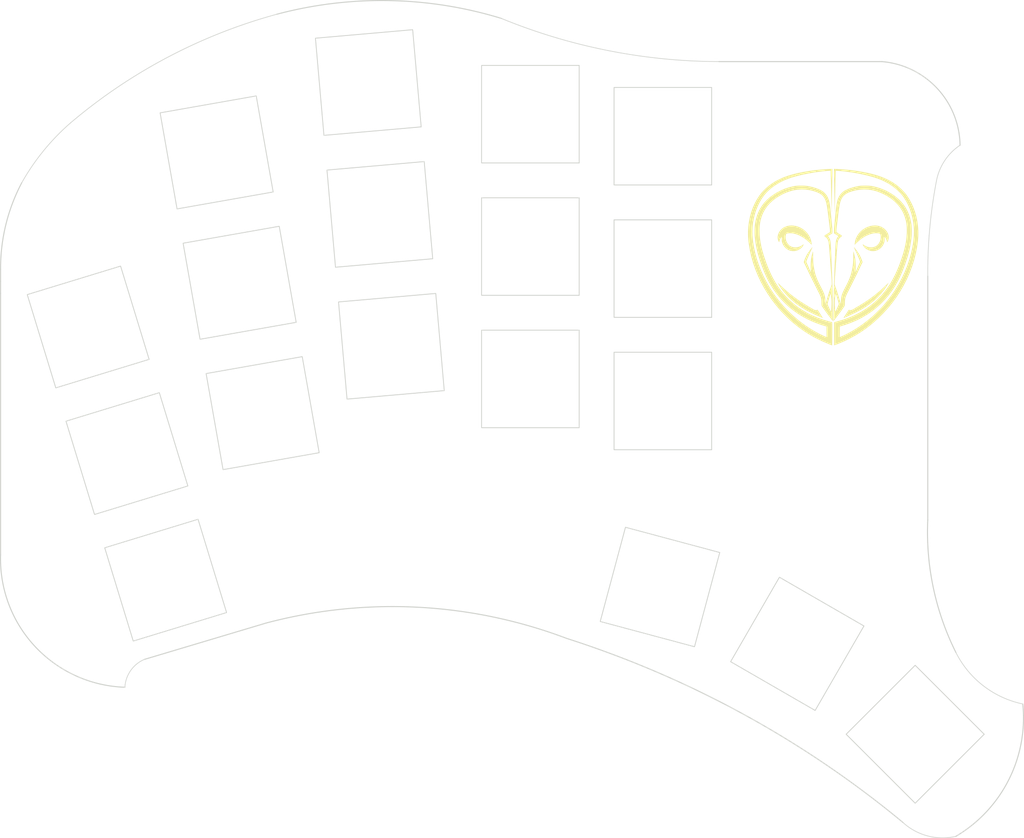
<source format=kicad_pcb>
(kicad_pcb (version 20211014) (generator pcbnew)
  (title_block (title "owl_generated") (rev "v1.0.0") (company "Unknown"))
  (layers (0 "F.Cu" signal) (31 "B.Cu" signal) (34 "B.Paste" user) (35 "F.Paste" user) (36 "B.SilkS" user "B.Silkscreen") (37 "F.SilkS" user "F.Silkscreen") (38 "B.Mask" user) (39 "F.Mask" user) (44 "Edge.Cuts" user))
  (net 0 "")
  (footprint "SMDPad" (layer "F.Cu") (at 168.768682 -112.888168)
    (fp_text reference "MOUNTING_PAD2" hide)
    (fp_text value "" hide)
    (pad "" np_thru_hole circle locked (at 0 0) (size 3.2 3.2) (drill 3.2) (layers *.Cu *.Mask))
  )
  (footprint "switch_cut" (layer "F.Cu") (at 73.059792 -91.855176 -170)
    (fp_text reference "S24" hide)
    (fp_text value "" hide)
    (fp_rect (start -7 -7) (end 7 7) (layer "Edge.Cuts") (width 0.12) (fill none))
  )
  (footprint "SMDPad" (layer "F.Cu") (at 168.768682 -48)
    (fp_text reference "MOUNTING_PAD1" hide)
    (fp_text value "" hide)
    (pad "" np_thru_hole circle locked (at 0 0) (size 3.2 3.2) (drill 3.2) (layers *.Cu *.Mask))
  )
  (footprint "switch_cut" (layer "F.Cu") (at 133.356349 -48.18812 165)
    (fp_text reference "S24" hide)
    (fp_text value "" hide)
    (fp_rect (start -7 -7) (end 7 7) (layer "Edge.Cuts") (width 0.12) (fill none))
  )
  (footprint "switch_cut" (layer "F.Cu") (at 62.444938 -49.16979 -163)
    (fp_text reference "S24" hide)
    (fp_text value "" hide)
    (fp_rect (start -7 -7) (end 7 7) (layer "Edge.Cuts") (width 0.12) (fill none))
  )
  (footprint "switch_cut" (layer "F.Cu") (at 93.172512 -101.668094 -175)
    (fp_text reference "S24" hide)
    (fp_text value "" hide)
    (fp_rect (start -7 -7) (end 7 7) (layer "Edge.Cuts") (width 0.12) (fill none))
  )
  (footprint "switch_cut" (layer "F.Cu") (at 114.768682 -116.054834 180)
    (fp_text reference "S24" hide)
    (fp_text value "" hide)
    (fp_rect (start -7 -7) (end 7 7) (layer "Edge.Cuts") (width 0.12) (fill none))
  )
  (footprint "SMDPad" (layer "F.Cu") (at 51 -41.8 -17)
    (fp_text reference "MOUNTING_PAD4" hide)
    (fp_text value "" hide)
    (pad "" np_thru_hole circle locked (at 0 0) (size 3.2 3.2) (drill 3.2) (layers *.Cu *.Mask))
  )
  (footprint "SMDPad" (layer "F.Cu") (at 51 -107.8 -17)
    (fp_text reference "MOUNTING_PAD3" hide)
    (fp_text value "" hide)
    (pad "" np_thru_hole circle locked (at 0 0) (size 3.2 3.2) (drill 3.2) (layers *.Cu *.Mask))
  )
  (footprint "switch_cut" (layer "F.Cu") (at 169.963375 -27.053044 135)
    (fp_text reference "S24" hide)
    (fp_text value "" hide)
    (fp_rect (start -7 -7) (end 7 7) (layer "Edge.Cuts") (width 0.12) (fill none))
  )
  (footprint "switch_cut" (layer "F.Cu") (at 133.768682 -93.888168 180)
    (fp_text reference "S24" hide)
    (fp_text value "" hide)
    (fp_rect (start -7 -7) (end 7 7) (layer "Edge.Cuts") (width 0.12) (fill none))
  )
  (footprint "switch_cut" (layer "F.Cu") (at 56.889875 -67.339581 -163)
    (fp_text reference "S24" hide)
    (fp_text value "" hide)
    (fp_rect (start -7 -7) (end 7 7) (layer "Edge.Cuts") (width 0.12) (fill none))
  )
  (footprint "switch_cut" (layer "F.Cu") (at 133.768682 -74.888168 180)
    (fp_text reference "S24" hide)
    (fp_text value "" hide)
    (fp_rect (start -7 -7) (end 7 7) (layer "Edge.Cuts") (width 0.12) (fill none))
  )
  (footprint "switch_cut" (layer "F.Cu") (at 94.828471 -82.740394 -175)
    (fp_text reference "S24" hide)
    (fp_text value "" hide)
    (fp_rect (start -7 -7) (end 7 7) (layer "Edge.Cuts") (width 0.12) (fill none))
  )
  (footprint "switch_cut" (layer "F.Cu") (at 76.359108 -73.143828 -170)
    (fp_text reference "S24" hide)
    (fp_text value "" hide)
    (fp_rect (start -7 -7) (end 7 7) (layer "Edge.Cuts") (width 0.12) (fill none))
  )
  (footprint "switch_cut" (layer "F.Cu") (at 114.768682 -97.054834 180)
    (fp_text reference "S24" hide)
    (fp_text value "" hide)
    (fp_rect (start -7 -7) (end 7 7) (layer "Edge.Cuts") (width 0.12) (fill none))
  )
  (footprint "switch_cut" (layer "F.Cu") (at 51.334813 -85.509371 -163)
    (fp_text reference "S24" hide)
    (fp_text value "" hide)
    (fp_rect (start -7 -7) (end 7 7) (layer "Edge.Cuts") (width 0.12) (fill none))
  )
  (footprint "switch_cut" (layer "F.Cu") (at 91.516553 -120.595793 -175)
    (fp_text reference "S24" hide)
    (fp_text value "" hide)
    (fp_rect (start -7 -7) (end 7 7) (layer "Edge.Cuts") (width 0.12) (fill none))
  )
  (footprint "LOGO" (layer "F.Cu") (at 158.2 -95.4)
    (fp_text reference "G***" hide)
    (fp_text value "LOGO" hide)
    (fp_poly (pts (xy 6.321565 -4.660593) (xy 6.645757 -4.588369) (xy 6.948469 -4.468645) (xy 7.22597 -4.302239) (xy 7.464198 -4.100318) (xy 7.661444 -3.871693) (xy 7.812143 -3.626735) (xy 7.914554 -3.370815) (xy 7.966934 -3.109304) (xy 7.96754 -2.847573) (xy 7.933149 -2.655052) (xy 7.900584 -2.550798) (xy 7.85949 -2.447774) (xy 7.81629 -2.359277) (xy 7.777404 -2.298602) (xy 7.75143 -2.278774) (xy 7.736121 -2.30349) (xy 7.719746 -2.366072) (xy 7.71312 -2.404092) (xy 7.690661 -2.490494) (xy 7.648609 -2.603059) (xy 7.594292 -2.726285) (xy 7.535037 -2.844668) (xy 7.478172 -2.942704) (xy 7.431025 -3.00489) (xy 7.427647 -3.008074) (xy 7.406974 -3.02378) (xy 7.393016 -3.021477) (xy 7.384432 -2.993291) (xy 7.379878 -2.93135) (xy 7.378014 -2.827781) (xy 7.377565 -2.714352) (xy 7.375748 -2.560267) (xy 7.369478 -2.445088) (xy 7.35647 -2.352186) (xy 7.334441 -2.26493) (xy 7.303109 -2.172211) (xy 7.19503 -1.920774) (xy 7.062077 -1.704305) (xy 6.89219 -1.503689) (xy 6.861726 -1.472734) (xy 6.643146 -1.289408) (xy 6.397858 -1.145424) (xy 6.139433 -1.048657) (xy 6.12367 -1.044489) (xy 5.971751 -1.018045) (xy 5.788726 -1.005243) (xy 5.597405 -1.006218) (xy 5.420595 -1.021105) (xy 5.318406 -1.0397) (xy 5.111429 -1.10845) (xy 4.899844 -1.210983) (xy 4.706228 -1.335247) (xy 4.598577 -1.423939) (xy 4.481342 -1.547001) (xy 4.374781 -1.684657) (xy 4.290021 -1.820942) (xy 4.238189 -1.939891) (xy 4.237592 -1.94189) (xy 4.232546 -1.971046) (xy 4.245901 -1.977099) (xy 4.285218 -1.957042) (xy 4.358052 -1.907872) (xy 4.402589 -1.876295) (xy 4.663022 -1.719733) (xy 4.936207 -1.609975) (xy 5.215408 -1.547851) (xy 5.49389 -1.534189) (xy 5.764916 -1.569819) (xy 6.021749 -1.655568) (xy 6.058206 -1.672597) (xy 6.264333 -1.802439) (xy 6.444063 -1.974378) (xy 6.593737 -2.179796) (xy 6.709692 -2.410074) (xy 6.788268 -2.656592) (xy 6.825804 -2.910731) (xy 6.818639 -3.163872) (xy 6.776868 -3.36456) (xy 6.745094 -3.441118) (xy 6.707181 -3.494121) (xy 6.696484 -3.502008) (xy 6.648826 -3.516666) (xy 6.561598 -3.534386) (xy 6.450476 -3.552148) (xy 6.402632 -3.558616) (xy 6.101549 -3.571912) (xy 5.777861 -3.539366) (xy 5.437593 -3.462774) (xy 5.086769 -3.343933) (xy 4.731416 -3.184639) (xy 4.377559 -2.986688) (xy 4.282761 -2.926656) (xy 4.091524 -2.797062) (xy 3.911151 -2.662427) (xy 3.729122 -2.512585) (xy 3.532918 -2.337369) (xy 3.378833 -2.192647) (xy 3.075926 -1.90361) (xy 3.09537 -2.119115) (xy 3.155105 -2.4787) (xy 3.266007 -2.826358) (xy 3.424165 -3.157634) (xy 3.625672 -3.46807) (xy 3.866617 -3.753208) (xy 4.143092 -4.008593) (xy 4.451187 -4.229767) (xy 4.786993 -4.412273) (xy 5.146601 -4.551654) (xy 5.257421 -4.58409) (xy 5.623666 -4.659271) (xy 5.979625 -4.6845)) (layer "F.SilkS") (width 0) (fill solid))
    (fp_poly (pts (xy 0.409902 -12.795934) (xy 0.971438 -12.765357) (xy 1.488274 -12.730637) (xy 1.971213 -12.690583) (xy 2.431054 -12.644003) (xy 2.878601 -12.589707) (xy 3.324654 -12.526504) (xy 3.780016 -12.453203) (xy 4.210175 -12.376981) (xy 4.891837 -12.241713) (xy 5.52338 -12.095337) (xy 6.109484 -11.93603) (xy 6.654829 -11.761973) (xy 7.164096 -11.571347) (xy 7.641963 -11.362331) (xy 8.09311 -11.133105) (xy 8.522217 -10.88185) (xy 8.933964 -10.606745) (xy 9.128994 -10.464046) (xy 9.486975 -10.1738) (xy 9.8349 -9.85169) (xy 10.160267 -9.510438) (xy 10.450578 -9.162766) (xy 10.583538 -8.983659) (xy 10.938799 -8.43545) (xy 11.252888 -7.853029) (xy 11.524796 -7.240604) (xy 11.753516 -6.60238) (xy 11.938039 -5.942566) (xy 12.077357 -5.265368) (xy 12.170463 -4.574992) (xy 12.216348 -3.875646) (xy 12.214003 -3.171536) (xy 12.162422 -2.466869) (xy 12.156952 -2.417724) (xy 12.022086 -1.477099) (xy 11.833154 -0.54417) (xy 11.591397 0.378879) (xy 11.298055 1.289861) (xy 10.954369 2.186593) (xy 10.561577 3.066888) (xy 10.120922 3.928563) (xy 9.633643 4.769431) (xy 9.10098 5.587308) (xy 8.524175 6.380009) (xy 7.904466 7.145349) (xy 7.243095 7.881143) (xy 6.541301 8.585205) (xy 5.800326 9.255351) (xy 5.291437 9.677194) (xy 4.631367 10.178196) (xy 3.934098 10.655843) (xy 3.211329 11.103011) (xy 2.474761 11.512573) (xy 1.73609 11.877404) (xy 1.514552 11.97763) (xy 1.362519 12.043898) (xy 1.194055 12.115612) (xy 1.016621 12.189778) (xy 0.83768 12.263397) (xy 0.664691 12.333474) (xy 0.505118 12.397013) (xy 0.366422 12.451018) (xy 0.256063 12.492491) (xy 0.181504 12.518437) (xy 0.150205 12.525859) (xy 0.149866 12.52565) (xy 0.147828 12.496712) (xy 0.145982 12.418105) (xy 0.144334 12.295738) (xy 0.142886 12.135522) (xy 0.141643 11.943366) (xy 0.14061 11.725179) (xy 0.139789 11.486872) (xy 0.139185 11.234355) (xy 0.138802 10.973537) (xy 0.138645 10.710327) (xy 0.138716 10.450636) (xy 0.139021 10.200373) (xy 0.139563 9.965449) (xy 0.140346 9.751772) (xy 0.141374 9.565253) (xy 0.142652 9.411802) (xy 0.144182 9.297327) (xy 0.14597 9.227739) (xy 0.147608 9.208337) (xy 0.17645 9.198241) (xy 0.250555 9.176321) (xy 0.361457 9.144968) (xy 0.500688 9.106575) (xy 0.659781 9.063533) (xy 0.669533 9.06092) (xy 1.514331 8.809207) (xy 2.321615 8.516618) (xy 3.091846 8.182859) (xy 3.825487 7.807634) (xy 4.523 7.390648) (xy 5.18485 6.931606) (xy 5.811498 6.430212) (xy 6.403407 5.886173) (xy 6.961039 5.299193) (xy 7.412415 4.761242) (xy 7.812845 4.222518) (xy 8.192308 3.642736) (xy 8.551837 3.01985) (xy 8.892464 2.351819) (xy 9.215223 1.636599) (xy 9.521144 0.872147) (xy 9.811261 0.056419) (xy 9.853144 -0.069475) (xy 10.055361 -0.718041) (xy 10.221861 -1.331141) (xy 10.353778 -1.914915) (xy 10.452244 -2.475503) (xy 10.518395 -3.019046) (xy 10.553362 -3.551684) (xy 10.559908 -3.898633) (xy 10.557161 -4.199892) (xy 10.547717 -4.460474) (xy 10.530245 -4.695022) (xy 10.503417 -4.918178) (xy 10.465904 -5.144585) (xy 10.430704 -5.321772) (xy 10.293784 -5.841698) (xy 10.106767 -6.338407) (xy 9.870841 -6.810116) (xy 9.587189 -7.255042) (xy 9.256998 -7.671402) (xy 8.881454 -8.057411) (xy 8.461741 -8.411286) (xy 8.296066 -8.53331) (xy 7.795981 -8.860028) (xy 7.273517 -9.147388) (xy 6.738385 -9.390634) (xy 6.200298 -9.585009) (xy 6.066648 -9.625353) (xy 5.524977 -9.753603) (xy 4.973461 -9.828247) (xy 4.416201 -9.84948) (xy 3.857296 -9.817496) (xy 3.300849 -9.73249) (xy 2.750959 -9.594657) (xy 2.32046 -9.447232) (xy 1.99394 -9.298255) (xy 1.715097 -9.120885) (xy 1.483723 -8.914948) (xy 1.299613 -8.680269) (xy 1.201089 -8.50372) (xy 1.147262 -8.385397) (xy 1.098585 -8.264497) (xy 1.054084 -8.13611) (xy 1.012787 -7.995322) (xy 0.97372 -7.837222) (xy 0.935911 -7.656898) (xy 0.898387 -7.449439) (xy 0.860175 -7.209933) (xy 0.820302 -6.933467) (xy 0.777796 -6.61513) (xy 0.731682 -6.250011) (xy 0.694692 -5.947046) (xy 0.662379 -5.68039) (xy 0.630251 -5.416976) (xy 0.599321 -5.164998) (xy 0.570605 -4.93265) (xy 0.545115 -4.728127) (xy 0.523867 -4.559624) (xy 0.507873 -4.435335) (xy 0.503826 -4.404704) (xy 0.485972 -4.252128) (xy 0.472978 -4.103448) (xy 0.466066 -3.97565) (xy 0.466457 -3.885716) (xy 0.466476 -3.885436) (xy 0.477365 -3.727437) (xy 0.87876 -3.469672) (xy 1.009769 -3.383426) (xy 1.121945 -3.305526) (xy 1.207824 -3.241492) (xy 1.259938 -3.196841) (xy 1.272298 -3.178768) (xy 1.247927 -3.147826) (xy 1.189563 -3.093548) (xy 1.107916 -3.025616) (xy 1.070382 -2.996208) (xy 0.925575 -2.867062) (xy 0.817445 -2.725764) (xy 0.736664 -2.557484) (xy 0.681464 -2.377951) (xy 0.673331 -2.344304) (xy 0.665528 -2.307334) (xy 0.65779 -2.263966) (xy 0.649851 -2.211127) (xy 0.641446 -2.14574) (xy 0.632309 -2.064731) (xy 0.622176 -1.965026) (xy 0.61078 -1.843549) (xy 0.597856 -1.697227) (xy 0.583139 -1.522984) (xy 0.566363 -1.317745) (xy 0.547263 -1.078436) (xy 0.525573 -0.801983) (xy 0.501029 -0.485309) (xy 0.473363 -0.125342) (xy 0.442311 0.280995) (xy 0.407608 0.736776) (xy 0.37123 1.215558) (xy 0.337512 1.661665) (xy 0.308114 2.055435) (xy 0.282847 2.399929) (xy 0.261523 2.698207) (xy 0.243957 2.953329) (xy 0.229961 3.168355) (xy 0.219346 3.346346) (xy 0.211927 3.490362) (xy 0.207515 3.603463) (xy 0.205924 3.688709) (xy 0.206965 3.749161) (xy 0.210453 3.78788) (xy 0.213048 3.800022) (xy 0.232931 3.861646) (xy 0.268197 3.963743) (xy 0.314749 4.09473) (xy 0.36849 4.243027) (xy 0.402086 4.334427) (xy 0.458227 4.492229) (xy 0.524597 4.688296) (xy 0.596248 4.907425) (xy 0.668232 5.134411) (xy 0.735603 5.354053) (xy 0.754766 5.418234) (xy 0.814597 5.618925) (xy 0.874976 5.819312) (xy 0.932289 6.007557) (xy 0.982923 6.171822) (xy 1.023262 6.300266) (xy 1.037892 6.345673) (xy 1.127239 6.619245) (xy 1.116929 6.248408) (xy 1.117907 6.000463) (xy 1.136778 5.764949) (xy 1.176014 5.53341) (xy 1.238085 5.297389) (xy 1.325463 5.04843) (xy 1.440619 4.778076) (xy 1.586024 4.477871) (xy 1.696319 4.265755) (xy 1.89528 3.884128) (xy 2.065999 3.540104) (xy 2.211644 3.225437) (xy 2.335385 2.931878) (xy 2.440393 2.65118) (xy 2.529837 2.375096) (xy 2.606888 2.095378) (xy 2.674716 1.803779) (xy 2.711216 1.625255) (xy 2.76031 1.362375) (xy 2.798855 1.12508) (xy 2.828021 0.900278) (xy 2.84898 0.674874) (xy 2.862904 0.435776) (xy 2.870965 0.16989) (xy 2.874333 -0.135876) (xy 2.87454 -0.200087) (xy 2.875692 -0.399164) (xy 2.878089 -0.577669) (xy 2.881527 -0.728782) (xy 2.885805 -0.845683) (xy 2.890719 -0.921553) (xy 2.896067 -0.949571) (xy 2.896801 -0.949326) (xy 2.917137 -0.909241) (xy 2.94664 -0.825668) (xy 2.98233 -0.709355) (xy 3.021228 -0.571051) (xy 3.060353 -0.421504) (xy 3.096725 -0.271461) (xy 3.127363 -0.131672) (xy 3.136903 -0.083369) (xy 3.180377 0.20008) (xy 3.212008 0.522745) (xy 3.23115 0.869403) (xy 3.237159 1.224831) (xy 3.229388 1.573803) (xy 3.216454 1.792451) (xy 3.207212 1.917586) (xy 3.203124 1.993345) (xy 3.2051 2.025774) (xy 3.214052 2.020913) (xy 3.230894 1.984807) (xy 3.241615 1.959191) (xy 3.303561 1.811501) (xy 3.375468 1.642066) (xy 3.452934 1.461063) (xy 3.531555 1.278665) (xy 3.606926 1.105049) (xy 3.674643 0.95039) (xy 3.730302 0.824864) (xy 3.7695 0.738645) (xy 3.774192 0.728667) (xy 3.856907 0.55416) (xy 3.801784 0.370419) (xy 3.761373 0.250868) (xy 3.707479 0.111024) (xy 3.651466 -0.019688) (xy 3.649131 -0.024768) (xy 3.592402 -0.151269) (xy 3.535163 -0.284598) (xy 3.489254 -0.397138) (xy 3.486991 -0.402954) (xy 3.45137 -0.488716) (xy 3.39769 -0.610317) (xy 3.332317 -0.753667) (xy 3.261616 -0.904679) (xy 3.236313 -0.95773) (xy 3.132524 -1.178122) (xy 3.055601 -1.350355) (xy 3.00559 -1.474322) (xy 2.982532 -1.549918) (xy 2.983605 -1.575581) (xy 3.003644 -1.559084) (xy 3.050057 -1.504586) (xy 3.117297 -1.419584) (xy 3.199818 -1.311576) (xy 3.292073 -1.18806) (xy 3.388514 -1.056533) (xy 3.483597 -0.924495) (xy 3.571774 -0.799442) (xy 3.647499 -0.688873) (xy 3.705226 -0.600285) (xy 3.706061 -0.598946) (xy 3.820196 -0.398595) (xy 3.936135 -0.164719) (xy 4.044298 0.081806) (xy 4.135104 0.320104) (xy 4.155209 0.379731) (xy 4.222887 0.587057) (xy 4.101829 0.828485) (xy 4.056031 0.921522) (xy 3.991597 1.054801) (xy 3.913368 1.218188) (xy 3.826183 1.401547) (xy 3.734883 1.594741) (xy 3.66853 1.735916) (xy 3.588008 1.907022) (xy 3.50796 2.075653) (xy 3.425564 2.247569) (xy 3.337995 2.42853) (xy 3.242432 2.624295) (xy 3.136051 2.840623) (xy 3.016031 3.083273) (xy 2.879547 3.358005) (xy 2.723778 3.670579) (xy 2.5459 4.026753) (xy 2.537562 4.043436) (xy 2.476481 4.165126) (xy 2.396972 4.322775) (xy 2.305884 4.502842) (xy 2.210068 4.691788) (xy 2.116373 4.876072) (xy 2.108756 4.891029) (xy 1.985034 5.139474) (xy 1.887355 5.350937) (xy 1.812756 5.535848) (xy 1.758274 5.704635) (xy 1.720945 5.867728) (xy 1.697808 6.035556) (xy 1.685898 6.218547) (xy 1.682403 6.391685) (xy 1.679068 6.579314) (xy 1.671455 6.716992) (xy 1.65909 6.810219) (xy 1.641709 6.864114) (xy 1.592822 6.945442) (xy 1.518565 7.058804) (xy 1.422837 7.198955) (xy 1.309535 7.360649) (xy 1.182556 7.53864) (xy 1.0458 7.727684) (xy 0.903162 7.922535) (xy 0.758543 8.117947) (xy 0.615838 8.308676) (xy 0.478946 8.489475) (xy 0.351765 8.6551) (xy 0.238192 8.800304) (xy 0.142126 8.919843) (xy 0.067464 9.008471) (xy 0.018104 9.060943) (xy 0 9.073414) (xy -0.027746 9.051613) (xy -0.083729 8.989709) (xy -0.164049 8.892946) (xy -0.264809 8.766569) (xy -0.382111 8.615825) (xy -0.512057 8.445958) (xy -0.65075 8.262214) (xy -0.794291 8.069839) (xy -0.938783 7.874077) (xy -1.080328 7.680175) (xy -1.215029 7.493377) (xy -1.338987 7.318928) (xy -1.448304 7.162076) (xy -1.539084 7.028064) (xy -1.607427 6.922138) (xy -1.641708 6.864114) (xy -1.659242 6.80947) (xy -1.671555 6.715816) (xy -1.679122 6.577654) (xy -1.682402 6.391685) (xy -1.687167 6.187886) (xy -1.700671 6.008015) (xy -1.725875 5.841643) (xy -1.765743 5.678341) (xy -1.823238 5.507679) (xy -1.901323 5.319228) (xy -2.002961 5.102561) (xy -2.108755 4.891029) (xy -2.201956 4.707761) (xy -2.297858 4.518685) (xy -2.389612 4.337342) (xy -2.470367 4.17727) (xy -2.533273 4.052011) (xy -2.537561 4.043436) (xy -2.716471 3.685221) (xy -2.87315 3.370859) (xy -3.010419 3.09459) (xy -3.131101 2.850655) (xy -3.23802 2.633295) (xy -3.333998 2.436751) (xy -3.421857 2.255262) (xy -3.504421 2.08307) (xy -3.584513 1.914416) (xy -3.664955 1.743539) (xy -3.668529 1.735916) (xy -3.75978 1.541938) (xy -3.850443 1.35041) (xy -3.935677 1.171468) (xy -4.010642 1.015246) (xy -4.070499 0.891881) (xy -4.101828 0.828485) (xy -4.222886 0.587057) (xy -4.155208 0.379731) (xy -4.070664 0.147169) (xy -3.966203 -0.099201) (xy -3.851404 -0.338503) (xy -3.735848 -0.549859) (xy -3.70606 -0.598946) (xy -3.648706 -0.687073) (xy -3.573254 -0.797314) (xy -3.485251 -0.922174) (xy -3.390243 -1.054154) (xy -3.293777 -1.185755) (xy -3.201399 -1.30948) (xy -3.118655 -1.417832) (xy -3.051093 -1.503311) (xy -3.004259 -1.558421) (xy -2.983699 -1.575663) (xy -2.983604 -1.575581) (xy -2.984883 -1.539087) (xy -3.013152 -1.454137) (xy -3.068367 -1.320836) (xy -3.150483 -1.13929) (xy -3.236313 -0.95773) (xy -3.307374 -0.807394) (xy -3.375378 -0.659694) (xy -3.43396 -0.528718) (xy -3.476755 -0.428553) (xy -3.486991 -0.402954) (xy -3.531778 -0.292672) (xy -3.588649 -0.159842) (xy -3.645763 -0.032084) (xy -3.64913 -0.024768) (xy -3.704975 0.104866) (xy -3.759202 0.244927) (xy -3.800444 0.365989) (xy -3.801783 0.370419) (xy -3.856907 0.55416) (xy -3.774191 0.728667) (xy -3.738216 0.807223) (xy -3.685034 0.92681) (xy -3.619049 1.077252) (xy -3.544664 1.248374) (xy -3.466284 1.43) (xy -3.388313 1.611955) (xy -3.315155 1.784064) (xy -3.251213 1.936151) (xy -3.241615 1.959191) (xy -3.220812 2.007716) (xy -3.208321 2.027793) (xy -3.203228 2.013378) (xy -3.204623 1.95843) (xy -3.211592 1.856905) (xy -3.216453 1.792451) (xy -3.233639 1.456023) (xy -3.23662 1.103128) (xy -3.226043 0.748988) (xy -3.202553 0.408829) (xy -3.166796 0.097874) (xy -3.136902 -0.083369) (xy -3.109231 -0.216427) (xy -3.074691 -0.363832) (xy -3.036263 -0.514835) (xy -2.996928 -0.658689) (xy -2.959665 -0.784645) (xy -2.927454 -0.881955) (xy -2.903275 -0.93987) (xy -2.8968 -0.949326) (xy -2.89141 -0.928199) (xy -2.886426 -0.858313) (xy -2.882052 -0.746486) (xy -2.878491 -0.599539) (xy -2.875944 -0.424291) (xy -2.874614 -0.227562) (xy -2.87454 -0.200087) (xy -2.871936 0.114813) (xy -2.864865 0.387323) (xy -2.852155 0.630539) (xy -2.832634 0.857552) (xy -2.805131 1.081456) (xy -2.768473 1.315344) (xy -2.721491 1.572309) (xy -2.711215 1.625255) (xy -2.647298 1.92757) (xy -2.576003 2.213203) (xy -2.49416 2.4904) (xy -2.398599 2.767408) (xy -2.286151 3.052476) (xy -2.153645 3.35385) (xy -1.997911 3.679778) (xy -1.815779 4.038508) (xy -1.696318 4.265755) (xy -1.530217 4.58955) (xy -1.395949 4.878072) (xy -1.291044 5.139777) (xy -1.213031 5.383121) (xy -1.159437 5.616561) (xy -1.127793 5.848554) (xy -1.115626 6.087555) (xy -1.116928 6.248408) (xy -1.127239 6.619245) (xy -1.12016 6.597571) (xy -0.805908 6.597571) (xy -0.795164 6.64173) (xy -0.765576 6.722063) (xy -0.721108 6.830096) (xy -0.665723 6.957353) (xy -0.603387 7.095357) (xy -0.538061 7.235633) (xy -0.473712 7.369706) (xy -0.414303 7.4891) (xy -0.363797 7.585339) (xy -0.326159 7.649947) (xy -0.305353 7.674449) (xy -0.303022 7.672812) (xy -0.296367 7.632598) (xy -0.287313 7.545898) (xy -0.27662 7.421714) (xy -0.26505 7.269049) (xy -0.253364 7.096906) (xy -0.250477 7.051293) (xy -0.231343 6.616544) (xy -0.231531 6.225307) (xy -0.251479 5.868823) (xy -0.291624 5.53833) (xy -0.338516 5.287035) (xy -0.359076 5.206107) (xy -0.378353 5.153129) (xy -0.388053 5.141138) (xy -0.400051 5.166558) (xy -0.424207 5.237219) (xy -0.458111 5.344726) (xy -0.499354 5.480684) (xy -0.545529 5.636696) (xy -0.594225 5.804368) (xy -0.643035 5.975304) (xy -0.689549 6.141108) (xy -0.73136 6.293384) (xy -0.766057 6.423737) (xy -0.791234 6.523772) (xy -0.80448 6.585092) (xy -0.805908 6.597571) (xy -1.12016 6.597571) (xy -1.037891 6.345673) (xy -1.003768 6.238599) (xy -0.957619 6.09003) (xy -0.903057 5.911805) (xy -0.843697 5.715762) (xy -0.783153 5.513739) (xy -0.754766 5.418234) (xy -0.689828 5.203952) (xy -0.618743 4.977615) (xy -0.54646 4.754427) (xy -0.477926 4.54959) (xy -0.418086 4.378307) (xy -0.402085 4.334427) (xy -0.346016 4.181336) (xy -0.294706 4.038685) (xy -0.252252 3.918056) (xy -0.222752 3.831031) (xy -0.213048 3.800022) (xy -0.20841 3.771002) (xy -0.206125 3.721775) (xy -0.20638 3.64928) (xy -0.209361 3.550457) (xy -0.215257 3.422246) (xy -0.224254 3.261587) (xy -0.23654 3.065419) (xy -0.252302 2.830682) (xy -0.271727 2.554316) (xy -0.295003 2.23326) (xy -0.322318 1.864455) (xy -0.353857 1.44484) (xy -0.371229 1.215558) (xy -0.409626 0.710242) (xy -0.44412 0.257274) (xy -0.474977 -0.14642) (xy -0.502463 -0.503914) (xy -0.526844 -0.818284) (xy -0.548383 -1.092605) (xy -0.567348 -1.32995) (xy -0.584003 -1.533395) (xy -0.598614 -1.706015) (xy -0.611447 -1.850884) (xy -0.622766 -1.971077) (xy -0.632837 -2.069668) (xy -0.641926 -2.149733) (xy -0.650299 -2.214346) (xy -0.658219 -2.266582) (xy -0.665954 -2.309516) (xy -0.673768 -2.346222) (xy -0.681463 -2.377951) (xy -0.74606 -2.581693) (xy -0.829906 -2.745575) (xy -0.942329 -2.884428) (xy -1.070381 -2.996208) (xy -1.158451 -3.066928) (xy -1.227609 -3.127948) (xy -1.267145 -3.169581) (xy -1.272298 -3.178768) (xy -1.252635 -3.203898) (xy -1.193224 -3.252836) (xy -1.101532 -3.320062) (xy -0.985023 -3.400058) (xy -0.878759 -3.469672) (xy -0.477364 -3.727437) (xy -0.466476 -3.885436) (xy -0.46605 -3.975171) (xy -0.472934 -4.102843) (xy -0.485904 -4.251469) (xy -0.50374 -4.404066) (xy -0.503825 -4.404704) (xy -0.517808 -4.512156) (xy -0.53739 -4.666599) (xy -0.561557 -4.859837) (xy -0.589294 -5.083677) (xy -0.619587 -5.329923) (xy -0.651423 -5.590381) (xy -0.683787 -5.856856) (xy -0.694692 -5.947046) (xy -0.745196 -6.357219) (xy -0.791576 -6.71628) (xy -0.834507 -7.028488) (xy -0.874666 -7.298104) (xy -0.912725 -7.529385) (xy -0.949361 -7.726594) (xy -0.985249 -7.893989) (xy -1.021063 -8.035829) (xy -1.031586 -8.072976) (xy -1.146701 -8.392082) (xy -1.295865 -8.670032) (xy -1.482249 -8.910207) (xy -1.709023 -9.115985) (xy -1.979356 -9.290748) (xy -2.29642 -9.437876) (xy -2.320459 -9.447232) (xy -2.871598 -9.630603) (xy -3.427449 -9.758822) (xy -3.986544 -9.831973) (xy -4.547417 -9.85014) (xy -5.108599 -9.813406) (xy -5.668624 -9.721855) (xy -6.226024 -9.57557) (xy -6.779331 -9.374636) (xy -7.232628 -9.167312) (xy -7.777324 -8.869504) (xy -8.272651 -8.546346) (xy -8.71885 -8.197548) (xy -9.11616 -7.822822) (xy -9.464821 -7.42188) (xy -9.765073 -6.994433) (xy -10.017157 -6.540193) (xy -10.221312 -6.05887) (xy -10.377778 -5.550177) (xy -10.430704 -5.321772) (xy -10.476929 -5.083622) (xy -10.511489 -4.859498) (xy -10.535716 -4.634755) (xy -10.550937 -4.394752) (xy -10.558483 -4.124845) (xy -10.559907 -3.898633) (xy -10.544809 -3.369816) (xy -10.499273 -2.834129) (xy -10.422164 -2.28543) (xy -10.312351 -1.717581) (xy -10.168698 -1.124439) (xy -9.990074 -0.499865) (xy -9.853143 -0.069475) (xy -9.56529 0.754058) (xy -9.261786 1.526011) (xy -8.941599 2.248428) (xy -8.603696 2.923352) (xy -8.247045 3.552825) (xy -7.870613 4.138893) (xy -7.473369 4.683597) (xy -7.412414 4.761242) (xy -6.883464 5.385642) (xy -6.320479 5.966874) (xy -5.723042 6.505206) (xy -5.090734 7.000904) (xy -4.423137 7.454234) (xy -3.719833 7.865464) (xy -2.980404 8.23486) (xy -2.204431 8.562688) (xy -1.391497 8.849217) (xy -0.673301 9.059911) (xy -0.513099 9.103186) (xy -0.3715 9.142115) (xy -0.257223 9.174247) (xy -0.178986 9.197131) (xy -0.145507 9.208312) (xy -0.145292 9.208437) (xy -0.141424 9.2377) (xy -0.138224 9.316375) (xy -0.135666 9.4386) (xy -0.133725 9.598509) (xy -0.132373 9.790239) (xy -0.131585 10.007925) (xy -0.131334 10.245703) (xy -0.131594 10.49771) (xy -0.132339 10.758082) (xy -0.133541 11.020953) (xy -0.135175 11.280461) (xy -0.137215 11.53074) (xy -0.139633 11.765928) (xy -0.142404 11.980159) (xy -0.145502 12.16757) (xy -0.148899 12.322297) (xy -0.152571 12.438475) (xy -0.156489 12.510241) (xy -0.160224 12.532011) (xy -0.191187 12.521653) (xy -0.265373 12.493537) (xy -0.374535 12.450887) (xy -0.51043 12.396928) (xy -0.664812 12.334885) (xy -0.680853 12.328399) (xy -1.442825 12.005345) (xy -2.158636 11.670159) (xy -2.837301 11.317387) (xy -3.487838 10.941574) (xy -4.119262 10.537266) (xy -4.74059 10.099007) (xy -5.360838 9.621344) (xy -5.916709 9.160838) (xy -6.06907 9.026341) (xy -6.2504 8.859198) (xy -6.452189 8.667803) (xy -6.665927 8.460551) (xy -6.883103 8.245835) (xy -7.095206 8.032051) (xy -7.293726 7.827592) (xy -7.470152 7.640853) (xy -7.583122 7.517178) (xy -8.232064 6.75377) (xy -8.836681 5.962607) (xy -9.395904 5.146013) (xy -9.908664 4.306308) (xy -10.373891 3.445816) (xy -10.790516 2.56686) (xy -11.15747 1.671762) (xy -11.473684 0.762845) (xy -11.738088 -0.157569) (xy -11.949612 -1.087156) (xy -12.107188 -2.023594) (xy -12.156951 -2.417724) (xy -12.21201 -3.122273) (xy -12.217762 -3.826558) (xy -12.175214 -4.526374) (xy -12.085375 -5.217513) (xy -11.949253 -5.895769) (xy -11.767855 -6.556934) (xy -11.54219 -7.196802) (xy -11.273267 -7.811167) (xy -10.962092 -8.395821) (xy -10.609674 -8.946557) (xy -10.583537 -8.983659) (xy -10.316397 -9.329642) (xy -10.007699 -9.67582) (xy -9.669944 -10.009472) (xy -9.315633 -10.317875) (xy -9.128993 -10.464046) (xy -8.723987 -10.751385) (xy -8.303892 -11.013991) (xy -7.864029 -11.253685) (xy -7.399718 -11.472285) (xy -6.90628 -11.671611) (xy -6.379034 -11.853485) (xy -5.813302 -12.019725) (xy -5.204403 -12.172152) (xy -4.547657 -12.312585) (xy -4.210175 -12.376981) (xy -3.737027 -12.460471) (xy -3.282985 -12.532783) (xy -2.837248 -12.595108) (xy -2.389015 -12.648637) (xy -1.927482 -12.694561) (xy -1.44185 -12.73407) (xy -0.921316 -12.768355) (xy -0.409901 -12.795934) (xy -0.111159 -12.81063) (xy -0.111688 -12.359308) (xy -0.112373 -12.234476) (xy -0.114127 -12.067062) (xy -0.116857 -11.861468) (xy -0.120471 -11.622098) (xy -0.124876 -11.353353) (xy -0.129981 -11.059638) (xy -0.135691 -10.745353) (xy -0.141915 -10.414902) (xy -0.148561 -10.072688) (xy -0.155535 -9.723114) (xy -0.162745 -9.370581) (xy -0.170099 -9.019493) (xy -0.177503 -8.674252) (xy -0.184867 -8.339261) (xy -0.192096 -8.018923) (xy -0.199099 -7.71764) (xy -0.205782 -7.439815) (xy -0.212054 -7.18985) (xy -0.217822 -6.972149) (xy -0.222993 -6.791114) (xy -0.227474 -6.651147) (xy -0.231174 -6.556652) (xy -0.234 -6.51203) (xy -0.234651 -6.509039) (xy -0.239662 -6.530256) (xy -0.24416 -6.598622) (xy -0.247851 -6.705709) (xy -0.250436 -6.843088) (xy -0.251593 -6.991484) (xy -0.25255 -7.145112) (xy -0.254566 -7.338045) (xy -0.257546 -7.565782) (xy -0.261394 -7.823826) (xy -0.266013 -8.107679) (xy -0.271307 -8.412841) (xy -0.277181 -8.734814) (xy -0.283537 -9.0691) (xy -0.290282 -9.4112) (xy -0.297317 -9.756615) (xy -0.304547 -10.100848) (xy -0.311876 -10.439398) (xy -0.319209 -10.767768) (xy -0.326448 -11.08146) (xy -0.333498 -11.375974) (xy -0.340263 -11.646812) (xy -0.346647 -11.889475) (xy -0.352553 -12.099466) (xy -0.357886 -12.272285) (xy -0.36255 -12.403434) (xy -0.366448 -12.488414) (xy -0.369484 -12.522727) (xy -0.369712 -12.523177) (xy -0.405979 -12.529404) (xy -0.490933 -12.52894) (xy -0.618168 -12.522433) (xy -0.78128 -12.510529) (xy -0.973861 -12.493876) (xy -1.189505 -12.47312) (xy -1.421808 -12.448908) (xy -1.664363 -12.421887) (xy -1.910763 -12.392703) (xy -2.154604 -12.362005) (xy -2.389479 -12.330437) (xy -2.608982 -12.298648) (xy -2.640043 -12.293922) (xy -3.115818 -12.21581) (xy -3.601557 -12.12621) (xy -4.088001 -12.027272) (xy -4.565888 -11.921148) (xy -5.025957 -11.809989) (xy -5.458946 -11.695946) (xy -5.855594 -11.581172) (xy -6.206641 -11.467816) (xy -6.227342 -11.460658) (xy -6.85267 -11.220439) (xy -7.444607 -10.946282) (xy -7.999947 -10.64016) (xy -8.515481 -10.304043) (xy -8.988001 -9.939903) (xy -9.414301 -9.549712) (xy -9.529565 -9.431183) (xy -9.894063 -9.007339) (xy -10.227229 -8.541239) (xy -10.527575 -8.037511) (xy -10.793616 -7.500786) (xy -11.023864 -6.935695) (xy -11.216833 -6.346866) (xy -11.371036 -5.73893) (xy -11.484986 -5.116517) (xy -11.557197 -4.484257) (xy -11.586181 -3.846779) (xy -11.570452 -3.208714) (xy -11.563083 -3.098577) (xy -11.4799 -2.302279) (xy -11.346772 -1.491317) (xy -11.165359 -0.67166) (xy -10.937325 0.150721) (xy -10.664331 0.969858) (xy -10.34804 1.77978) (xy -9.990114 2.57452) (xy -9.974306 2.607249) (xy -9.652277 3.246643) (xy -9.324317 3.844616) (xy -8.98192 4.414668) (xy -8.616582 4.970304) (xy -8.219799 5.525025) (xy -7.783066 6.092335) (xy -7.764941 6.11511) (xy -7.540214 6.393368) (xy -7.331143 6.643356) (xy -7.126768 6.87724) (xy -6.916131 7.107185) (xy -6.688273 7.345354) (xy -6.432237 7.603914) (xy -6.351685 7.683917) (xy -5.643415 8.348778) (xy -4.904417 8.971835) (xy -4.138144 9.550592) (xy -3.348049 10.082555) (xy -2.537584 10.565226) (xy -1.895744 10.904765) (xy -1.764869 10.969276) (xy -1.619979 11.039067) (xy -1.470015 11.110018) (xy -1.323919 11.178008) (xy -1.190634 11.238919) (xy -1.0791 11.288631) (xy -0.998261 11.323024) (xy -0.957057 11.33798) (xy -0.954722 11.338294) (xy -0.952158 11.311695) (xy -0.950345 11.236654) (xy -0.949315 11.120306) (xy -0.949099 10.969782) (xy -0.949731 10.792218) (xy -0.95124 10.594745) (xy -0.951358 10.582529) (xy -0.958752 9.826765) (xy -1.139387 9.775083) (xy -1.997096 9.503253) (xy -2.819746 9.188723) (xy -3.606975 8.831783) (xy -4.358421 8.432722) (xy -5.073724 7.991831) (xy -5.75252 7.509399) (xy -6.39445 6.985716) (xy -6.999151 6.421071) (xy -7.566262 5.815755) (xy -8.095421 5.170058) (xy -8.586267 4.484268) (xy -9.038439 3.758676) (xy -9.348764 3.194691) (xy -9.566961 2.753418) (xy -9.785989 2.26768) (xy -10.001883 1.748385) (xy -10.210678 1.206441) (xy -10.408406 0.652755) (xy -10.591103 0.098236) (xy -10.754803 -0.446209) (xy -10.89554 -0.969673) (xy -10.959875 -1.236652) (xy -11.078514 -1.808511) (xy -11.174347 -2.389391) (xy -11.242974 -2.952497) (xy -11.245019 -2.973523) (xy -11.26292 -3.21871) (xy -11.273388 -3.494636) (xy -11.276646 -3.787674) (xy -11.272913 -4.084201) (xy -11.262411 -4.370592) (xy -11.245361 -4.633223) (xy -11.221985 -4.858468) (xy -11.213451 -4.918818) (xy -11.099205 -5.509291) (xy -10.941746 -6.066105) (xy -10.740275 -6.590401) (xy -10.493989 -7.083319) (xy -10.202089 -7.546) (xy -9.863772 -7.979584) (xy -9.478239 -8.385211) (xy -9.044689 -8.764024) (xy -8.56232 -9.117161) (xy -8.037565 -9.441648) (xy -7.500813 -9.720509) (xy -6.94591 -9.957068) (xy -6.381435 -10.148348) (xy -5.81597 -10.291371) (xy -5.363457 -10.369752) (xy -5.220219 -10.384075) (xy -5.037912 -10.394518) (xy -4.82931 -10.401081) (xy -4.607191 -10.403767) (xy -4.38433 -10.402575) (xy -4.173505 -10.397508) (xy -3.987491 -10.388567) (xy -3.839066 -10.375754) (xy -3.793326 -10.369583) (xy -3.362143 -10.290769) (xy -2.946857 -10.19233) (xy -2.554976 -10.076776) (xy -2.19401 -9.946616) (xy -1.871468 -9.804359) (xy -1.594858 -9.652513) (xy -1.537573 -9.615869) (xy -1.365475 -9.483243) (xy -1.190983 -9.315426) (xy -1.029014 -9.128912) (xy -0.894485 -8.940197) (xy -0.838116 -8.842443) (xy -0.769842 -8.704321) (xy -0.708631 -8.563984) (xy -0.653574 -8.416671) (xy -0.603759 -8.25762) (xy -0.558278 -8.082068) (xy -0.516219 -7.885254) (xy -0.476674 -7.662415) (xy -0.438733 -7.408791) (xy -0.401484 -7.119618) (xy -0.364018 -6.790135) (xy -0.325426 -6.415579) (xy -0.284797 -5.99119) (xy -0.276848 -5.905361) (xy -0.253921 -5.658666) (xy -0.230122 -5.406195) (xy -0.206561 -5.159469) (xy -0.184348 -4.930009) (xy -0.164593 -4.729337) (xy -0.148405 -4.568974) (xy -0.144339 -4.529759) (xy -0.124434 -4.306468) (xy -0.112111 -4.09541) (xy -0.1081 -3.912261) (xy -0.110713 -3.807475) (xy -0.125054 -3.543726) (xy -0.421643 -3.362836) (xy -0.53617 -3.292448) (xy -0.633118 -3.231849) (xy -0.702739 -3.187206) (xy -0.735284 -3.164684) (xy -0.735964 -3.164052) (xy -0.730391 -3.134944) (xy -0.69374 -3.086513) (xy -0.684784 -3.077245) (xy -0.611213 -2.982336) (xy -0.536873 -2.849437) (xy -0.470379 -2.695337) (xy -0.43502 -2.59033) (xy -0.422348 -2.547123) (xy -0.410728 -2.504991) (xy -0.400003 -2.461181) (xy -0.390014 -2.41294) (xy -0.380602 -2.357515) (xy -0.371609 -2.292155) (xy -0.362877 -2.214106) (xy -0.354248 -2.120616) (xy -0.345562 -2.008932) (xy -0.336663 -1.876301) (xy -0.327391 -1.71997) (xy -0.317588 -1.537187) (xy -0.307097 -1.3252) (xy -0.295758 -1.081255) (xy -0.283413 -0.802599) (xy -0.269903 -0.486481) (xy -0.255072 -0.130147) (xy -0.23876 0.269156) (xy -0.220808 0.714179) (xy -0.201059 1.207676) (xy -0.179355 1.752399) (xy -0.166152 2.084245) (xy -0.14256 2.701558) (xy -0.122718 3.276398) (xy -0.106305 3.821727) (xy -0.093001 4.350503) (xy -0.082487 4.875685) (xy -0.074442 5.410234) (xy -0.068546 5.967107) (xy -0.067677 6.072101) (xy -0.063928 6.541877) (xy -0.060544 6.959198) (xy -0.057476 7.327189) (xy -0.054675 7.648973) (xy -0.05209 7.927674) (xy -0.049673 8.166417) (xy -0.047375 8.368325) (xy -0.045145 8.536522) (xy -0.042934 8.674133) (xy -0.040692 8.78428) (xy -0.038371 8.870088) (xy -0.035921 8.934681) (xy -0.033292 8.981182) (xy -0.030434 9.012716) (xy -0.027299 9.032407) (xy -0.023837 9.043378) (xy -0.020546 9.048235) (xy 0.014295 9.052983) (xy 0.020547 9.048235) (xy 0.024332 9.04228) (xy 0.027746 9.030302) (xy 0.03084 9.009178) (xy 0.033664 8.975783) (xy 0.036266 8.926995) (xy 0.038695 8.859689) (xy 0.041003 8.770741) (xy 0.043237 8.657027) (xy 0.045448 8.515423) (xy 0.047684 8.342806) (xy 0.049996 8.136051) (xy 0.052433 7.892035) (xy 0.055044 7.607633) (xy 0.057879 7.279722) (xy 0.060987 6.905178) (xy 0.064418 6.480877) (xy 0.064767 6.437054) (xy 0.229295 6.437054) (xy 0.234173 6.757166) (xy 0.247377 7.03246) (xy 0.261517 7.260566) (xy 0.27312 7.434839) (xy 0.285024 7.556768) (xy 0.300066 7.627838) (xy 0.321086 7.649537) (xy 0.350923 7.623353) (xy 0.392414 7.550771) (xy 0.448398 7.433279) (xy 0.521713 7.272364) (xy 0.557176 7.194761) (xy 0.630776 7.032) (xy 0.695724 6.883769) (xy 0.748557 6.758358) (xy 0.785809 6.664054) (xy 0.804016 6.609144) (xy 0.805254 6.601284) (xy 0.798187 6.559255) (xy 0.778149 6.474854) (xy 0.747538 6.356471) (xy 0.708753 6.212497) (xy 0.664189 6.051323) (xy 0.616244 5.88134) (xy 0.567317 5.710938) (xy 0.519804 5.548509) (xy 0.476103 5.402444) (xy 0.438611 5.281133) (xy 0.409726 5.192966) (xy 0.391846 5.146336) (xy 0.388053 5.141138) (xy 0.371831 5.167269) (xy 0.350329 5.239976) (xy 0.325507 5.350726) (xy 0.299327 5.49099) (xy 0.279501 5.613567) (xy 0.252268 5.851605) (xy 0.235429 6.130651) (xy 0.229295 6.437054) (xy 0.064767 6.437054) (xy 0.067678 6.072101) (xy 0.073216 5.509758) (xy 0.080846 4.972105) (xy 0.090886 4.44618) (xy 0.103657 3.919026) (xy 0.119479 3.377683) (xy 0.138672 2.809191) (xy 0.161556 2.200592) (xy 0.166153 2.084245) (xy 0.189034 1.509327) (xy 0.209869 0.987192) (xy 0.228818 0.515088) (xy 0.246038 0.090262) (xy 0.261687 -0.290039) (xy 0.275925 -0.628567) (xy 0.288909 -0.928075) (xy 0.300798 -1.191316) (xy 0.311749 -1.421042) (xy 0.321922 -1.620006) (xy 0.331475 -1.790961) (xy 0.340566 -1.936659) (xy 0.349353 -2.059854) (xy 0.357994 -2.163297) (xy 0.366649 -2.249742) (xy 0.375474 -2.321942) (xy 0.38463 -2.382648) (xy 0.394273 -2.434614) (xy 0.404563 -2.480592) (xy 0.415657 -2.523336) (xy 0.427714 -2.565597) (xy 0.435021 -2.59033) (xy 0.491637 -2.749221) (xy 0.561774 -2.897978) (xy 0.636819 -3.01981) (xy 0.684785 -3.077245) (xy 0.725861 -3.127258) (xy 0.737705 -3.161082) (xy 0.735965 -3.164052) (xy 0.706629 -3.184646) (xy 0.639477 -3.227828) (xy 0.544259 -3.287433) (xy 0.430724 -3.357295) (xy 0.421644 -3.362836) (xy 0.125055 -3.543726) (xy 0.110713 -3.807475) (xy 0.108361 -3.961188) (xy 0.114839 -4.153975) (xy 0.129418 -4.37016) (xy 0.14434 -4.529759) (xy 0.159215 -4.675498) (xy 0.177997 -4.865069) (xy 0.199576 -5.08695) (xy 0.222842 -5.32962) (xy 0.246687 -5.581557) (xy 0.269998 -5.831241) (xy 0.276849 -5.905361) (xy 0.317963 -6.339661) (xy 0.35687 -6.723232) (xy 0.394478 -7.060833) (xy 0.431698 -7.357229) (xy 0.46944 -7.61718) (xy 0.508613 -7.845448) (xy 0.550129 -8.046796) (xy 0.594897 -8.225986) (xy 0.643826 -8.387779) (xy 0.697828 -8.536937) (xy 0.757811 -8.678223) (xy 0.824686 -8.816399) (xy 0.838117 -8.842443) (xy 0.951444 -9.025427) (xy 1.100329 -9.215184) (xy 1.269855 -9.395222) (xy 1.445107 -9.549046) (xy 1.537574 -9.615869) (xy 1.802352 -9.769595) (xy 2.114819 -9.914321) (xy 2.467468 -10.047537) (xy 2.852788 -10.166733) (xy 3.26327 -10.269401) (xy 3.691406 -10.353032) (xy 3.793326 -10.369583) (xy 3.923254 -10.383936) (xy 4.095851 -10.394417) (xy 4.29834 -10.401024) (xy 4.517944 -10.403757) (xy 4.741888 -10.402614) (xy 4.957395 -10.397593) (xy 5.15169 -10.388693) (xy 5.311994 -10.375913) (xy 5.363458 -10.369752) (xy 5.916111 -10.269653) (xy 6.470202 -10.121388) (xy 7.018955 -9.928457) (xy 7.555594 -9.69436) (xy 8.073342 -9.422598) (xy 8.565424 -9.11667) (xy 9.025063 -8.780079) (xy 9.445483 -8.416323) (xy 9.755722 -8.100766) (xy 10.105991 -7.676816) (xy 10.410167 -7.225446) (xy 10.669028 -6.744957) (xy 10.883351 -6.233652) (xy 11.053915 -5.689833) (xy 11.181498 -5.111801) (xy 11.213451 -4.918818) (xy 11.238752 -4.707992) (xy 11.257795 -4.45554) (xy 11.270359 -4.175085) (xy 11.276223 -3.880253) (xy 11.275166 -3.584668) (xy 11.266966 -3.301955) (xy 11.251403 -3.045737) (xy 11.24502 -2.973523) (xy 11.177531 -2.411641) (xy 11.082668 -1.83095) (xy 10.964827 -1.258245) (xy 10.959876 -1.236652) (xy 10.833015 -0.728848) (xy 10.681075 -0.194242) (xy 10.508022 0.356258) (xy 10.317821 0.911746) (xy 10.114438 1.461313) (xy 9.901839 1.994052) (xy 9.68399 2.499054) (xy 9.464856 2.965412) (xy 9.348765 3.194691) (xy 8.925526 3.949632) (xy 8.463344 4.664984) (xy 7.96258 5.34046) (xy 7.423597 5.97577) (xy 6.846755 6.570622) (xy 6.232417 7.124729) (xy 5.580943 7.637799) (xy 4.892695 8.109544) (xy 4.168035 8.539673) (xy 3.407324 8.927896) (xy 2.610924 9.273925) (xy 1.779196 9.577468) (xy 1.139388 9.775083) (xy 0.958753 9.826765) (xy 0.951359 10.582529) (xy 0.949796 10.780961) (xy 0.949114 10.959909) (xy 0.949279 11.11224) (xy 0.950262 11.23082) (xy 0.952029 11.308517) (xy 0.95455 11.338196) (xy 0.954723 11.338294) (xy 0.988677 11.326868) (xy 1.063714 11.295339) (xy 1.17089 11.247825) (xy 1.301263 11.188446) (xy 1.445894 11.121321) (xy 1.595838 11.05057) (xy 1.742155 10.980313) (xy 1.875903 10.914668) (xy 1.895745 10.904765) (xy 2.671965 10.488634) (xy 3.441048 10.02152) (xy 4.196115 9.508018) (xy 4.930291 8.952725) (xy 5.414747 8.553036) (xy 5.62177 8.371159) (xy 5.853109 8.159361) (xy 6.098644 7.927531) (xy 6.348253 7.685559) (xy 6.591816 7.443334) (xy 6.81921 7.210746) (xy 7.020314 6.997684) (xy 7.127709 6.879333) (xy 7.762682 6.126383) (xy 8.354721 5.343834) (xy 8.902403 4.534486) (xy 9.404304 3.701144) (xy 9.859001 2.84661) (xy 10.265071 1.973687) (xy 10.62109 1.085178) (xy 10.925634 0.183884) (xy 11.177282 -0.727391) (xy 11.323974 -1.383448) (xy 11.445228 -2.059247) (xy 11.528682 -2.702128) (xy 11.574359 -3.319896) (xy 11.582281 -3.920357) (xy 11.55247 -4.511316) (xy 11.484952 -5.100581) (xy 11.379747 -5.695956) (xy 11.33721 -5.893112) (xy 11.185526 -6.464229) (xy 10.989891 -7.031312) (xy 10.754813 -7.584433) (xy 10.484798 -8.113663) (xy 10.184356 -8.609072) (xy 9.958183 -8.930648) (xy 9.641373 -9.313245) (xy 9.275087 -9.683449) (xy 8.864808 -10.037176) (xy 8.416014 -10.370344) (xy 7.934187 -10.678869) (xy 7.424808 -10.958669) (xy 6.919694 -11.194441) (xy 6.484431 -11.366675) (xy 5.999934 -11.532792) (xy 5.472343 -11.691474) (xy 4.907796 -11.841402) (xy 4.312431 -11.981258) (xy 3.692389 -12.109725) (xy 3.053807 -12.225485) (xy 2.402825 -12.327219) (xy 1.745581 -12.413611) (xy 1.088214 -12.483341) (xy 0.798609 -12.508559) (xy 0.653173 -12.519057) (xy 0.527834 -12.525658) (xy 0.432806 -12.528016) (xy 0.378304 -12.525781) (xy 0.369713 -12.523177) (xy 0.366759 -12.493654) (xy 0.362935 -12.413058) (xy 0.358336 -12.285888) (xy 0.35306 -12.116642) (xy 0.347201 -11.909819) (xy 0.340856 -11.669917) (xy 0.334122 -11.401435) (xy 0.327094 -11.108871) (xy 0.319868 -10.796724) (xy 0.31254 -10.469493) (xy 0.305206 -10.131676) (xy 0.297963 -9.787772) (xy 0.290906 -9.442279) (xy 0.284132 -9.099696) (xy 0.277736 -8.764521) (xy 0.271815 -8.441252) (xy 0.266465 -8.13439) (xy 0.261781 -7.848431) (xy 0.25786 -7.587875) (xy 0.254798 -7.35722) (xy 0.252691 -7.160965) (xy 0.251634 -7.003608) (xy 0.251594 -6.991484) (xy 0.250309 -6.833408) (xy 0.247642 -6.697741) (xy 0.24389 -6.592914) (xy 0.239349 -6.527354) (xy 0.234652 -6.509039) (xy 0.232101 -6.53816) (xy 0.228648 -6.618449) (xy 0.224387 -6.745505) (xy 0.219409 -6.914923) (xy 0.213807 -7.122301) (xy 0.207674 -7.363237) (xy 0.201101 -7.633328) (xy 0.194183 -7.928171) (xy 0.187011 -8.243364) (xy 0.179677 -8.574504) (xy 0.172275 -8.917188) (xy 0.164897 -9.267014) (xy 0.157635 -9.619579) (xy 0.150582 -9.97048) (xy 0.14383 -10.315315) (xy 0.137473 -10.649681) (xy 0.131601 -10.969176) (xy 0.126309 -11.269396) (xy 0.121689 -11.545938) (xy 0.117833 -11.794402) (xy 0.114833 -12.010383) (xy 0.112782 -12.189479) (xy 0.111774 -12.327287) (xy 0.111689 -12.359308) (xy 0.11116 -12.81063)) (layer "F.SilkS") (width 0) (fill solid))
    (fp_poly (pts (xy -5.644311 -4.661663) (xy -5.267759 -4.586876) (xy -5.25742 -4.58409) (xy -4.891496 -4.458376) (xy -4.548212 -4.288214) (xy -4.231478 -4.07806) (xy -3.945203 -3.832371) (xy -3.693297 -3.555604) (xy -3.479668 -3.252217) (xy -3.308225 -2.926666) (xy -3.182879 -2.583408) (xy -3.107539 -2.226901) (xy -3.095369 -2.119115) (xy -3.075925 -1.90361) (xy -3.378832 -2.192647) (xy -3.592613 -2.391936) (xy -3.783366 -2.558664) (xy -3.963613 -2.702998) (xy -4.145873 -2.835102) (xy -4.28276 -2.926656) (xy -4.635175 -3.134767) (xy -4.990718 -3.304708) (xy -5.343363 -3.434683) (xy -5.687085 -3.522895) (xy -6.015859 -3.567548) (xy -6.323659 -3.566846) (xy -6.402631 -3.558616) (xy -6.51894 -3.541687) (xy -6.617653 -3.523587) (xy -6.683093 -3.507336) (xy -6.696483 -3.502008) (xy -6.733525 -3.460899) (xy -6.768636 -3.389039) (xy -6.776868 -3.36456) (xy -6.8234 -3.118665) (xy -6.82223 -2.864707) (xy -6.77702 -2.611305) (xy -6.69143 -2.36708) (xy -6.569121 -2.14065) (xy -6.413754 -1.940634) (xy -6.228991 -1.775652) (xy -6.058205 -1.672597) (xy -5.80405 -1.579347) (xy -5.534703 -1.536339) (xy -5.256901 -1.542746) (xy -4.977381 -1.597738) (xy -4.702879 -1.700486) (xy -4.44013 -1.850161) (xy -4.402588 -1.876295) (xy -4.312639 -1.939204) (xy -4.259529 -1.971681) (xy -4.235699 -1.976728) (xy -4.233592 -1.957352) (xy -4.237592 -1.94189) (xy -4.288758 -1.823283) (xy -4.37314 -1.687026) (xy -4.479645 -1.549025) (xy -4.597181 -1.425188) (xy -4.599234 -1.423275) (xy -4.761985 -1.296357) (xy -4.958272 -1.180917) (xy -5.166053 -1.088348) (xy -5.357877 -1.031155) (xy -5.517655 -1.009692) (xy -5.703515 -1.003062) (xy -5.893416 -1.010676) (xy -6.065315 -1.03195) (xy -6.15547 -1.052394) (xy -6.425077 -1.158156) (xy -6.676016 -1.312748) (xy -6.862749 -1.473744) (xy -7.0393 -1.673672) (xy -7.177231 -1.88703) (xy -7.288475 -2.132744) (xy -7.303109 -2.172211) (xy -7.335814 -2.269492) (xy -7.357329 -2.356634) (xy -7.369939 -2.450268) (xy -7.375928 -2.567023) (xy -7.377564 -2.714352) (xy -7.378271 -2.85545) (xy -7.38063 -2.948841) (xy -7.385984 -3.002399) (xy -7.395675 -3.023995) (xy -7.411044 -3.021503) (xy -7.427646 -3.008074) (xy -7.47361 -2.949714) (xy -7.529924 -2.854163) (xy -7.589261 -2.736927) (xy -7.644295 -2.613507) (xy -7.687696 -2.499408) (xy -7.712137 -2.410134) (xy -7.71312 -2.404092) (xy -7.728141 -2.32959) (xy -7.744619 -2.284706) (xy -7.751429 -2.278774) (xy -7.780957 -2.303094) (xy -7.820572 -2.367188) (xy -7.863851 -2.457761) (xy -7.904374 -2.561514) (xy -7.933148 -2.655052) (xy -7.971932 -2.891999) (xy -7.963585 -3.13128) (xy -7.907122 -3.37989) (xy -7.801556 -3.644825) (xy -7.790312 -3.668271) (xy -7.681674 -3.84811) (xy -7.534117 -4.030138) (xy -7.361783 -4.200017) (xy -7.178819 -4.343407) (xy -7.044748 -4.424108) (xy -6.714251 -4.563667) (xy -6.36943 -4.649891) (xy -6.012158 -4.682612)) (layer "F.SilkS") (width 0) (fill solid))
    (fp_poly (pts (xy -7.910964 3.575576) (xy -7.853257 3.62713) (xy -7.768188 3.706014) (xy -7.661949 3.806469) (xy -7.540733 3.922735) (xy -7.50928 3.953146) (xy -7.056343 4.379933) (xy -6.603242 4.782096) (xy -6.142759 5.164979) (xy -5.667677 5.533924) (xy -5.170777 5.894275) (xy -4.64484 6.251375) (xy -4.08265 6.610566) (xy -3.476988 6.977192) (xy -3.223632 7.125554) (xy -3.106077 7.194808) (xy -2.981321 7.269858) (xy -2.890534 7.325673) (xy -2.750854 7.400471) (xy -2.614221 7.451402) (xy -2.490536 7.476747) (xy -2.389696 7.474788) (xy -2.3216 7.443803) (xy -2.307968 7.42686) (xy -2.284691 7.398057) (xy -2.2599 7.407102) (xy -2.224014 7.450375) (xy -2.17947 7.512466) (xy -2.115926 7.605692) (xy -2.03817 7.722573) (xy -1.950987 7.85563) (xy -1.859165 7.997383) (xy -1.767491 8.140354) (xy -1.680752 8.277063) (xy -1.603734 8.400031) (xy -1.541225 8.501778) (xy -1.498011 8.574825) (xy -1.47888 8.611694) (xy -1.478836 8.61467) (xy -1.505586 8.604086) (xy -1.575197 8.574782) (xy -1.679568 8.530216) (xy -1.810599 8.473846) (xy -1.95919 8.409565) (xy -2.330998 8.246888) (xy -2.658686 8.100235) (xy -2.950065 7.96582) (xy -3.212943 7.839857) (xy -3.455131 7.718557) (xy -3.684437 7.598135) (xy -3.908673 7.474804) (xy -4.034548 7.403281) (xy -4.698594 6.994831) (xy -5.317498 6.55824) (xy -5.890402 6.094338) (xy -6.416445 5.603952) (xy -6.894769 5.087911) (xy -7.324512 4.547041) (xy -7.704817 3.982172) (xy -7.861559 3.716904) (xy -7.904779 3.636459) (xy -7.931208 3.579059) (xy -7.935133 3.557112) (xy -7.935116 3.557112)) (layer "F.SilkS") (width 0) (fill solid))
    (fp_poly (pts (xy 7.935043 3.578791) (xy 7.907648 3.639191) (xy 7.857276 3.731353) (xy 7.788272 3.848321) (xy 7.704979 3.983137) (xy 7.611741 4.128844) (xy 7.512904 4.278485) (xy 7.41281 4.425102) (xy 7.315805 4.561737) (xy 7.264099 4.631768) (xy 6.83376 5.160185) (xy 6.353985 5.666115) (xy 5.826864 6.147911) (xy 5.254488 6.603923) (xy 4.638946 7.032503) (xy 3.982329 7.432002) (xy 3.286727 7.800771) (xy 3.181948 7.851983) (xy 3.00131 7.938155) (xy 2.796395 8.033914) (xy 2.577459 8.134645) (xy 2.354761 8.23573) (xy 2.138556 8.332551) (xy 1.939102 8.420493) (xy 1.766656 8.494937) (xy 1.631476 8.551268) (xy 1.603905 8.562296) (xy 1.527063 8.591614) (xy 1.491427 8.600034) (xy 1.486791 8.587781) (xy 1.497797 8.564643) (xy 1.523665 8.521479) (xy 1.574566 8.440625) (xy 1.644857 8.330736) (xy 1.728897 8.200472) (xy 1.821043 8.058488) (xy 1.915653 7.913443) (xy 2.007084 7.773993) (xy 2.089694 7.648796) (xy 2.157841 7.546509) (xy 2.205882 7.475789) (xy 2.224015 7.450375) (xy 2.26325 7.404063) (xy 2.287093 7.399486) (xy 2.307969 7.42686) (xy 2.363046 7.46783) (xy 2.454144 7.479206) (xy 2.571364 7.462708) (xy 2.704807 7.420055) (xy 2.844574 7.352967) (xy 2.890535 7.325673) (xy 2.997528 7.260022) (xy 3.12305 7.184711) (xy 3.223633 7.125554) (xy 3.848498 6.754509) (xy 4.427033 6.393014) (xy 4.966458 6.035725) (xy 5.473989 5.677301) (xy 5.956845 5.312396) (xy 6.422244 4.93567) (xy 6.877404 4.541777) (xy 7.329543 4.125377) (xy 7.509281 3.953146) (xy 7.633236 3.833869) (xy 7.74374 3.728984) (xy 7.8346 3.64425) (xy 7.899624 3.585428) (xy 7.932618 3.558277) (xy 7.935117 3.557112)) (layer "F.SilkS") (width 0) (fill solid))
  )
  (footprint "switch_cut" (layer "F.Cu") (at 69.760477 -110.566523 -170)
    (fp_text reference "S24" hide)
    (fp_text value "" hide)
    (fp_rect (start -7 -7) (end 7 7) (layer "Edge.Cuts") (width 0.12) (fill none))
  )
  (footprint "switch_cut" (layer "F.Cu") (at 114.768682 -78.054834 180)
    (fp_text reference "S24" hide)
    (fp_text value "" hide)
    (fp_rect (start -7 -7) (end 7 7) (layer "Edge.Cuts") (width 0.12) (fill none))
  )
  (footprint "switch_cut" (layer "F.Cu") (at 133.768682 -112.888168 180)
    (fp_text reference "S24" hide)
    (fp_text value "" hide)
    (fp_rect (start -7 -7) (end 7 7) (layer "Edge.Cuts") (width 0.12) (fill none))
  )
  (footprint "switch_cut" (layer "F.Cu") (at 153.051105 -40.030285 150)
    (fp_text reference "S24" hide)
    (fp_text value "" hide)
    (fp_rect (start -7 -7) (end 7 7) (layer "Edge.Cuts") (width 0.12) (fill none))
  )
  (gr_arc (start 185.4 -31.4) (mid 179.752958 -34.001135) (end 175.8 -38.8) (layer "Edge.Cuts") (width 0.1))
  (gr_arc (start 171.768682 -92.8) (mid 172.049729 -99.630295) (end 173 -106.4) (layer "Edge.Cuts") (width 0.1))
  (gr_line (start 38.768682 -90.356114) (end 38.768682 -52.8) (layer "Edge.Cuts") (width 0.15))
  (gr_arc (start 76.8 -43) (mid 98.572502 -45.287309) (end 120 -40.8) (layer "Edge.Cuts") (width 0.15))
  (gr_line (start 38.768682 -93.8) (end 38.768682 -92.03172) (layer "Edge.Cuts") (width 0.15))
  (gr_arc (start 141.8 -123.6) (mid 125.899309 -125.186844) (end 110.6 -129.8) (layer "Edge.Cuts") (width 0.1))
  (gr_arc (start 41.8 -106.2) (mid 44.931351 -110.800064) (end 48.8 -114.8) (layer "Edge.Cuts") (width 0.1))
  (gr_arc (start 38.768682 -93.8) (mid 39.521849 -100.1864) (end 41.8 -106.2) (layer "Edge.Cuts") (width 0.15))
  (gr_arc (start 120 -40.8) (mid 145.364718 -29.909068) (end 168.2 -14.4) (layer "Edge.Cuts") (width 0.15))
  (gr_arc (start 175.8 -38.8) (mid 172.573527 -48.043096) (end 171.768682 -57.8) (layer "Edge.Cuts") (width 0.15))
  (gr_arc (start 56.6 -33.8) (mid 43.750353 -39.609512) (end 38.768682 -52.8) (layer "Edge.Cuts") (width 0.15))
  (gr_line (start 59.4 -37.8) (end 76.8 -43) (layer "Edge.Cuts") (width 0.15))
  (gr_arc (start 48.8 -114.8) (mid 62.743036 -124.226035) (end 78.4 -130.4) (layer "Edge.Cuts") (width 0.1))
  (gr_line (start 171.768682 -57.8) (end 171.768682 -92.8) (layer "Edge.Cuts") (width 0.15))
  (gr_arc (start 78.4 -130.4) (mid 94.537786 -132.356495) (end 110.6 -129.8) (layer "Edge.Cuts") (width 0.15))
  (gr_arc (start 175.8 -12.4) (mid 171.752461 -12.459353) (end 168.2 -14.4) (layer "Edge.Cuts") (width 0.1))
  (gr_line (start 38.768682 -90.356114) (end 38.768682 -92.03172) (layer "Edge.Cuts") (width 0.15))
  (gr_arc (start 185.4 -31.4) (mid 183.375531 -20.497626) (end 175.8 -12.4) (layer "Edge.Cuts") (width 0.15))
  (gr_arc (start 173 -106.4) (mid 174.170522 -109.346197) (end 176.4 -111.6) (layer "Edge.Cuts") (width 0.1))
  (gr_arc (start 165.2 -123.6) (mid 173.115141 -119.760798) (end 176.4 -111.6) (layer "Edge.Cuts") (width 0.15))
  (gr_arc (start 56.6 -33.8) (mid 57.428682 -36.199923) (end 59.4 -37.8) (layer "Edge.Cuts") (width 0.1))
  (gr_line (start 165.2 -123.6) (end 141.8 -123.6) (layer "Edge.Cuts") (width 0.15))
)
</source>
